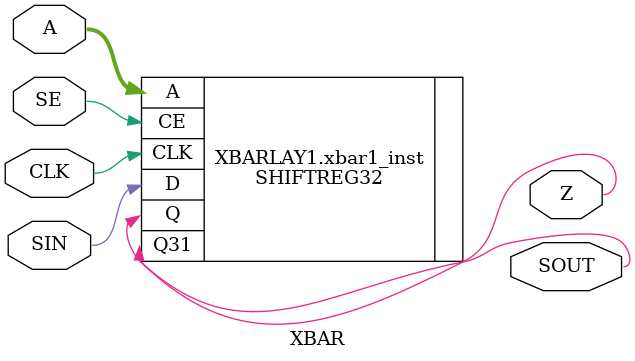
<source format=v>
module XBAR(A, SE, CLK, SIN, Z, SOUT);

parameter N = 5;

input [N-1:0] A;
input SE;
input CLK;
input SIN;
output Z;
output SOUT;


generate
	if (N < 6) begin : XBARLAY1
		SHIFTREG32 xbar1_inst (
			.A(A),
			.CE(SE),
			.CLK(CLK),
			.D(SIN),
			.Q(Z),
			.Q31(SOUT)
		);
	end
	else if (N < 26) begin : XBARLAY2
		XBAR2LAYER # (.N(N)) xbar2_inst (
			.A(A),
			.SE(SE),
			.CLK(CLK),
			.SIN(SIN),
			.Z(Z),
			.SOUT(SOUT)
		);
	end
	else begin : XBARLAY3
		XBAR3LAYER # (.N(N)) xbar3_inst (
			.A(A),
			.SE(SE),
			.CLK(CLK),
			.SIN(SIN),
			.Z(Z),
			.SOUT(SOUT)
		);
	end
endgenerate


endmodule


</source>
